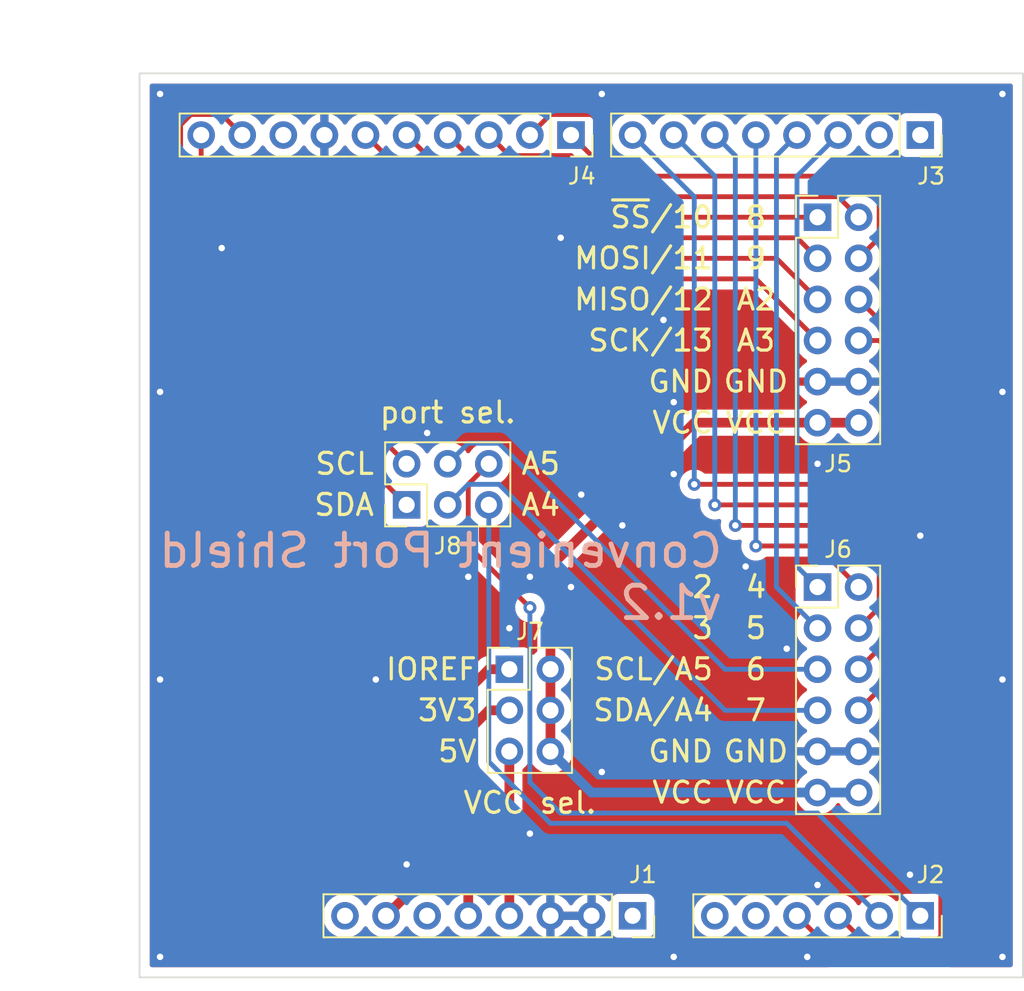
<source format=kicad_pcb>
(kicad_pcb (version 20211014) (generator pcbnew)
  (layers (0 "F.Cu" signal) (31 "B.Cu" signal) (34 "B.Paste" user) (35 "F.Paste" user) (36 "B.SilkS" user "B.Silkscreen") (37 "F.SilkS" user "F.Silkscreen") (38 "B.Mask" user) (39 "F.Mask" user) (44 "Edge.Cuts" user))
  (net 0 "")
  (net 2 "GND")
  (net 3 "/5V")
  (net 4 "/3V3")
  (net 6 "/IOREF")
  (net 10 "/A2")
  (net 11 "/A3")
  (net 12 "/SDA")
  (net 13 "/SCL")
  (net 16 "/D2")
  (net 17 "/D3")
  (net 18 "/D4")
  (net 19 "/D5")
  (net 20 "/D6")
  (net 21 "/D7")
  (net 22 "/D8")
  (net 23 "/D9")
  (net 24 "/~{SS}")
  (net 25 "/MOSI")
  (net 26 "/MISO")
  (net 27 "/SCK")
  (net 29 "/A5")
  (net 30 "/A4")
  (net 31 "/VCC")
  (net 32 "/SDA_port")
  (net 33 "/SCL_port")
  (footprint "Connector_PinHeader_2.54mm:PinHeader_2x03_P2.54mm_Vertical" (layer "F.Cu") (at 158.75 76.2)
    (fp_text reference "J7" (at 1.27 -2.33) (layer "F.SilkS"))
    (fp_text value "VCC_select")
    (fp_line (start 1.27 1.27) (end 1.27 -1.33) (layer "F.SilkS") (width 0.12))
    (fp_line (start 3.87 -1.33) (end 3.87 6.41) (layer "F.SilkS") (width 0.12))
    (fp_line (start 1.27 -1.33) (end 3.87 -1.33) (layer "F.SilkS") (width 0.12))
    (fp_line (start -1.33 1.27) (end -1.33 6.41) (layer "F.SilkS") (width 0.12))
    (fp_line (start -1.33 -1.33) (end 0 -1.33) (layer "F.SilkS") (width 0.12))
    (fp_line (start -1.33 0) (end -1.33 -1.33) (layer "F.SilkS") (width 0.12))
    (fp_line (start -1.33 6.41) (end 3.87 6.41) (layer "F.SilkS") (width 0.12))
    (fp_line (start -1.33 1.27) (end 1.27 1.27) (layer "F.SilkS") (width 0.12))
    (pad "1" thru_hole rect (at 0 0) (size 1.7 1.7) (drill 1) (layers *.Cu *.Mask) (net 6 "/IOREF"))
    (pad "2" thru_hole oval (at 2.54 0) (size 1.7 1.7) (drill 1) (layers *.Cu *.Mask) (net 31 "/VCC"))
    (pad "3" thru_hole oval (at 0 2.54) (size 1.7 1.7) (drill 1) (layers *.Cu *.Mask) (net 4 "/3V3"))
    (pad "4" thru_hole oval (at 2.54 2.54) (size 1.7 1.7) (drill 1) (layers *.Cu *.Mask) (net 31 "/VCC"))
    (pad "5" thru_hole oval (at 0 5.08) (size 1.7 1.7) (drill 1) (layers *.Cu *.Mask) (net 3 "/5V"))
    (pad "6" thru_hole oval (at 2.54 5.08) (size 1.7 1.7) (drill 1) (layers *.Cu *.Mask) (net 31 "/VCC"))
  )
  (footprint "Connector_PinHeader_2.54mm:PinHeader_2x03_P2.54mm_Vertical" (layer "F.Cu") (at 152.4 66.04 90)
    (fp_text reference "J8" (at -2.54 2.54 180) (layer "F.SilkS"))
    (fp_text value "port_select")
    (fp_line (start -1.33 1.27) (end -1.33 6.41) (layer "F.SilkS") (width 0.12))
    (fp_line (start 1.27 -1.33) (end 3.87 -1.33) (layer "F.SilkS") (width 0.12))
    (fp_line (start 3.87 -1.33) (end 3.87 6.41) (layer "F.SilkS") (width 0.12))
    (fp_line (start -1.33 0) (end -1.33 -1.33) (layer "F.SilkS") (width 0.12))
    (fp_line (start 1.27 1.27) (end 1.27 -1.33) (layer "F.SilkS") (width 0.12))
    (fp_line (start -1.33 1.27) (end 1.27 1.27) (layer "F.SilkS") (width 0.12))
    (fp_line (start -1.33 6.41) (end 3.87 6.41) (layer "F.SilkS") (width 0.12))
    (fp_line (start -1.33 -1.33) (end 0 -1.33) (layer "F.SilkS") (width 0.12))
    (pad "1" thru_hole rect (at 0 0 90) (size 1.7 1.7) (drill 1) (layers *.Cu *.Mask) (net 32 "/SDA_port"))
    (pad "2" thru_hole oval (at 2.54 0 90) (size 1.7 1.7) (drill 1) (layers *.Cu *.Mask) (net 33 "/SCL_port"))
    (pad "3" thru_hole oval (at 0 2.54 90) (size 1.7 1.7) (drill 1) (layers *.Cu *.Mask) (net 12 "/SDA"))
    (pad "4" thru_hole oval (at 2.54 2.54 90) (size 1.7 1.7) (drill 1) (layers *.Cu *.Mask) (net 13 "/SCL"))
    (pad "5" thru_hole oval (at 0 5.08 90) (size 1.7 1.7) (drill 1) (layers *.Cu *.Mask) (net 30 "/A4"))
    (pad "6" thru_hole oval (at 2.54 5.08 90) (size 1.7 1.7) (drill 1) (layers *.Cu *.Mask) (net 29 "/A5"))
  )
  (footprint "Connector_PinSocket_2.54mm:PinSocket_1x08_P2.54mm_Vertical" (layer "F.Cu") (at 184.15 43.18 -90)
    (fp_text reference "J3" (at 2.54 -0.665 180) (layer "F.SilkS"))
    (fp_text value "Conn_01x08")
    (fp_line (start -1.33 1.27) (end 1.33 1.27) (layer "F.SilkS") (width 0.12))
    (fp_line (start 1.33 -1.33) (end 1.33 0) (layer "F.SilkS") (width 0.12))
    (fp_line (start 0 -1.33) (end 1.33 -1.33) (layer "F.SilkS") (width 0.12))
    (fp_line (start -1.33 19.11) (end 1.33 19.11) (layer "F.SilkS") (width 0.12))
    (fp_line (start -1.33 1.27) (end -1.33 19.11) (layer "F.SilkS") (width 0.12))
    (fp_line (start 1.33 1.27) (end 1.33 19.11) (layer "F.SilkS") (width 0.12))
    (pad "1" thru_hole rect (at 0 0 270) (size 1.7 1.7) (drill 1) (layers *.Cu *.Mask))
    (pad "2" thru_hole oval (at 0 2.54 270) (size 1.7 1.7) (drill 1) (layers *.Cu *.Mask))
    (pad "3" thru_hole oval (at 0 5.08 270) (size 1.7 1.7) (drill 1) (layers *.Cu *.Mask) (net 16 "/D2"))
    (pad "4" thru_hole oval (at 0 7.62 270) (size 1.7 1.7) (drill 1) (layers *.Cu *.Mask) (net 17 "/D3"))
    (pad "5" thru_hole oval (at 0 10.16 270) (size 1.7 1.7) (drill 1) (layers *.Cu *.Mask) (net 18 "/D4"))
    (pad "6" thru_hole oval (at 0 12.7 270) (size 1.7 1.7) (drill 1) (layers *.Cu *.Mask) (net 19 "/D5"))
    (pad "7" thru_hole oval (at 0 15.24 270) (size 1.7 1.7) (drill 1) (layers *.Cu *.Mask) (net 20 "/D6"))
    (pad "8" thru_hole oval (at 0 17.78 270) (size 1.7 1.7) (drill 1) (layers *.Cu *.Mask) (net 21 "/D7"))
  )
  (footprint "Connector_PinSocket_2.54mm:PinSocket_1x06_P2.54mm_Vertical" (layer "F.Cu") (at 184.15 91.44 -90)
    (fp_text reference "J2" (at -2.54 -0.635 180) (layer "F.SilkS"))
    (fp_text value "Conn_01x06")
    (fp_line (start 0 -1.33) (end 1.33 -1.33) (layer "F.SilkS") (width 0.12))
    (fp_line (start 1.33 -1.33) (end 1.33 0) (layer "F.SilkS") (width 0.12))
    (fp_line (start 1.33 1.27) (end 1.33 14.03) (layer "F.SilkS") (width 0.12))
    (fp_line (start -1.33 1.27) (end -1.33 14.03) (layer "F.SilkS") (width 0.12))
    (fp_line (start -1.33 14.03) (end 1.33 14.03) (layer "F.SilkS") (width 0.12))
    (fp_line (start -1.33 1.27) (end 1.33 1.27) (layer "F.SilkS") (width 0.12))
    (pad "1" thru_hole rect (at 0 0 270) (size 1.7 1.7) (drill 1) (layers *.Cu *.Mask) (net 29 "/A5"))
    (pad "2" thru_hole oval (at 0 2.54 270) (size 1.7 1.7) (drill 1) (layers *.Cu *.Mask) (net 30 "/A4"))
    (pad "3" thru_hole oval (at 0 5.08 270) (size 1.7 1.7) (drill 1) (layers *.Cu *.Mask) (net 11 "/A3"))
    (pad "4" thru_hole oval (at 0 7.62 270) (size 1.7 1.7) (drill 1) (layers *.Cu *.Mask) (net 10 "/A2"))
    (pad "5" thru_hole oval (at 0 10.16 270) (size 1.7 1.7) (drill 1) (layers *.Cu *.Mask))
    (pad "6" thru_hole oval (at 0 12.7 270) (size 1.7 1.7) (drill 1) (layers *.Cu *.Mask))
  )
  (footprint "Connector_PinSocket_2.54mm:PinSocket_1x08_P2.54mm_Vertical" (layer "F.Cu") (at 166.37 91.44 -90)
    (fp_text reference "J1" (at -2.54 -0.635 180) (layer "F.SilkS"))
    (fp_text value "Conn_01x08")
    (fp_line (start -1.33 1.27) (end 1.33 1.27) (layer "F.SilkS") (width 0.12))
    (fp_line (start -1.33 1.27) (end -1.33 19.11) (layer "F.SilkS") (width 0.12))
    (fp_line (start -1.33 19.11) (end 1.33 19.11) (layer "F.SilkS") (width 0.12))
    (fp_line (start 1.33 1.27) (end 1.33 19.11) (layer "F.SilkS") (width 0.12))
    (fp_line (start 1.33 -1.33) (end 1.33 0) (layer "F.SilkS") (width 0.12))
    (fp_line (start 0 -1.33) (end 1.33 -1.33) (layer "F.SilkS") (width 0.12))
    (pad "1" thru_hole rect (at 0 0 270) (size 1.7 1.7) (drill 1) (layers *.Cu *.Mask))
    (pad "2" thru_hole oval (at 0 2.54 270) (size 1.7 1.7) (drill 1) (layers *.Cu *.Mask) (net 2 "GND"))
    (pad "3" thru_hole oval (at 0 5.08 270) (size 1.7 1.7) (drill 1) (layers *.Cu *.Mask) (net 2 "GND"))
    (pad "4" thru_hole oval (at 0 7.62 270) (size 1.7 1.7) (drill 1) (layers *.Cu *.Mask) (net 3 "/5V"))
    (pad "5" thru_hole oval (at 0 10.16 270) (size 1.7 1.7) (drill 1) (layers *.Cu *.Mask) (net 4 "/3V3"))
    (pad "6" thru_hole oval (at 0 12.7 270) (size 1.7 1.7) (drill 1) (layers *.Cu *.Mask))
    (pad "7" thru_hole oval (at 0 15.24 270) (size 1.7 1.7) (drill 1) (layers *.Cu *.Mask) (net 6 "/IOREF"))
    (pad "8" thru_hole oval (at 0 17.78 270) (size 1.7 1.7) (drill 1) (layers *.Cu *.Mask))
  )
  (footprint "Connector_PinSocket_2.54mm:PinSocket_1x10_P2.54mm_Vertical" (layer "F.Cu") (at 162.56 43.18 -90)
    (fp_text reference "J4" (at 2.54 -0.665 180) (layer "F.SilkS"))
    (fp_text value "Conn_01x10")
    (fp_line (start -1.33 24.19) (end 1.33 24.19) (layer "F.SilkS") (width 0.12))
    (fp_line (start 0 -1.33) (end 1.33 -1.33) (layer "F.SilkS") (width 0.12))
    (fp_line (start 1.33 1.27) (end 1.33 24.19) (layer "F.SilkS") (width 0.12))
    (fp_line (start -1.33 1.27) (end -1.33 24.19) (layer "F.SilkS") (width 0.12))
    (fp_line (start 1.33 -1.33) (end 1.33 0) (layer "F.SilkS") (width 0.12))
    (fp_line (start -1.33 1.27) (end 1.33 1.27) (layer "F.SilkS") (width 0.12))
    (pad "1" thru_hole rect (at 0 0 270) (size 1.7 1.7) (drill 1) (layers *.Cu *.Mask) (net 22 "/D8"))
    (pad "2" thru_hole oval (at 0 2.54 270) (size 1.7 1.7) (drill 1) (layers *.Cu *.Mask) (net 23 "/D9"))
    (pad "3" thru_hole oval (at 0 5.08 270) (size 1.7 1.7) (drill 1) (layers *.Cu *.Mask) (net 24 "/~{SS}"))
    (pad "4" thru_hole oval (at 0 7.62 270) (size 1.7 1.7) (drill 1) (layers *.Cu *.Mask) (net 25 "/MOSI"))
    (pad "5" thru_hole oval (at 0 10.16 270) (size 1.7 1.7) (drill 1) (layers *.Cu *.Mask) (net 26 "/MISO"))
    (pad "6" thru_hole oval (at 0 12.7 270) (size 1.7 1.7) (drill 1) (layers *.Cu *.Mask) (net 27 "/SCK"))
    (pad "7" thru_hole oval (at 0 15.24 270) (size 1.7 1.7) (drill 1) (layers *.Cu *.Mask) (net 2 "GND"))
    (pad "8" thru_hole oval (at 0 17.78 270) (size 1.7 1.7) (drill 1) (layers *.Cu *.Mask))
    (pad "9" thru_hole oval (at 0 20.32 270) (size 1.7 1.7) (drill 1) (layers *.Cu *.Mask) (net 32 "/SDA_port"))
    (pad "10" thru_hole oval (at 0 22.86 270) (size 1.7 1.7) (drill 1) (layers *.Cu *.Mask) (net 33 "/SCL_port"))
  )
  (footprint "ModifiedKiCadLibrary:PinHeader_2x06_P2.54mm_Vertical_Top_Bottom" (layer "F.Cu") (at 177.8 71.12)
    (fp_text reference "J6" (at 1.27 -2.33) (layer "F.SilkS"))
    (fp_text value "Conn_02x06_Top_Bottom")
    (fp_line (start 1.27 1.27) (end 1.27 -1.33) (layer "F.SilkS") (width 0.12))
    (fp_line (start -1.33 -1.33) (end 0 -1.33) (layer "F.SilkS") (width 0.12))
    (fp_line (start -1.33 0) (end -1.33 -1.33) (layer "F.SilkS") (width 0.12))
    (fp_line (start -1.33 1.27) (end -1.33 14.03) (layer "F.SilkS") (width 0.12))
    (fp_line (start 3.87 -1.33) (end 3.87 14.03) (layer "F.SilkS") (width 0.12))
    (fp_line (start -1.33 1.27) (end 1.27 1.27) (layer "F.SilkS") (width 0.12))
    (fp_line (start 1.27 -1.33) (end 3.87 -1.33) (layer "F.SilkS") (width 0.12))
    (fp_line (start -1.33 14.03) (end 3.87 14.03) (layer "F.SilkS") (width 0.12))
    (pad "1" thru_hole rect (at 0 0) (size 1.7 1.7) (drill 1) (layers *.Cu *.Mask) (net 16 "/D2"))
    (pad "2" thru_hole oval (at 0 2.54) (size 1.7 1.7) (drill 1) (layers *.Cu *.Mask) (net 17 "/D3"))
    (pad "3" thru_hole oval (at 0 5.08) (size 1.7 1.7) (drill 1) (layers *.Cu *.Mask) (net 13 "/SCL"))
    (pad "4" thru_hole oval (at 0 7.62) (size 1.7 1.7) (drill 1) (layers *.Cu *.Mask) (net 12 "/SDA"))
    (pad "5" thru_hole oval (at 0 10.16) (size 1.7 1.7) (drill 1) (layers *.Cu *.Mask) (net 2 "GND"))
    (pad "6" thru_hole oval (at 0 12.7) (size 1.7 1.7) (drill 1) (layers *.Cu *.Mask) (net 31 "/VCC"))
    (pad "7" thru_hole oval (at 2.54 0) (size 1.7 1.7) (drill 1) (layers *.Cu *.Mask) (net 18 "/D4"))
    (pad "8" thru_hole oval (at 2.54 2.54) (size 1.7 1.7) (drill 1) (layers *.Cu *.Mask) (net 19 "/D5"))
    (pad "9" thru_hole oval (at 2.54 5.08) (size 1.7 1.7) (drill 1) (layers *.Cu *.Mask) (net 20 "/D6"))
    (pad "10" thru_hole oval (at 2.54 7.62) (size 1.7 1.7) (drill 1) (layers *.Cu *.Mask) (net 21 "/D7"))
    (pad "11" thru_hole oval (at 2.54 10.16) (size 1.7 1.7) (drill 1) (layers *.Cu *.Mask) (net 2 "GND"))
    (pad "12" thru_hole oval (at 2.54 12.7) (size 1.7 1.7) (drill 1) (layers *.Cu *.Mask) (net 31 "/VCC"))
  )
  (footprint "ModifiedKiCadLibrary:PinHeader_2x06_P2.54mm_Vertical_Top_Bottom" (layer "F.Cu") (at 177.8 48.26)
    (fp_text reference "J5" (at 1.27 15.24) (layer "F.SilkS"))
    (fp_text value "Conn_02x06_Top_Bottom")
    (fp_line (start -1.33 14.03) (end 3.87 14.03) (layer "F.SilkS") (width 0.12))
    (fp_line (start 1.27 1.27) (end 1.27 -1.33) (layer "F.SilkS") (width 0.12))
    (fp_line (start -1.33 -1.33) (end 0 -1.33) (layer "F.SilkS") (width 0.12))
    (fp_line (start 1.27 -1.33) (end 3.87 -1.33) (layer "F.SilkS") (width 0.12))
    (fp_line (start -1.33 1.27) (end -1.33 14.03) (layer "F.SilkS") (width 0.12))
    (fp_line (start -1.33 1.27) (end 1.27 1.27) (layer "F.SilkS") (width 0.12))
    (fp_line (start -1.33 0) (end -1.33 -1.33) (layer "F.SilkS") (width 0.12))
    (fp_line (start 3.87 -1.33) (end 3.87 14.03) (layer "F.SilkS") (width 0.12))
    (pad "1" thru_hole rect (at 0 0) (size 1.7 1.7) (drill 1) (layers *.Cu *.Mask) (net 24 "/~{SS}"))
    (pad "2" thru_hole oval (at 0 2.54) (size 1.7 1.7) (drill 1) (layers *.Cu *.Mask) (net 25 "/MOSI"))
    (pad "3" thru_hole oval (at 0 5.08) (size 1.7 1.7) (drill 1) (layers *.Cu *.Mask) (net 26 "/MISO"))
    (pad "4" thru_hole oval (at 0 7.62) (size 1.7 1.7) (drill 1) (layers *.Cu *.Mask) (net 27 "/SCK"))
    (pad "5" thru_hole oval (at 0 10.16) (size 1.7 1.7) (drill 1) (layers *.Cu *.Mask) (net 2 "GND"))
    (pad "6" thru_hole oval (at 0 12.7) (size 1.7 1.7) (drill 1) (layers *.Cu *.Mask) (net 31 "/VCC"))
    (pad "7" thru_hole oval (at 2.54 0) (size 1.7 1.7) (drill 1) (layers *.Cu *.Mask) (net 22 "/D8"))
    (pad "8" thru_hole oval (at 2.54 2.54) (size 1.7 1.7) (drill 1) (layers *.Cu *.Mask) (net 23 "/D9"))
    (pad "9" thru_hole oval (at 2.54 5.08) (size 1.7 1.7) (drill 1) (layers *.Cu *.Mask) (net 10 "/A2"))
    (pad "10" thru_hole oval (at 2.54 7.62) (size 1.7 1.7) (drill 1) (layers *.Cu *.Mask) (net 11 "/A3"))
    (pad "11" thru_hole oval (at 2.54 10.16) (size 1.7 1.7) (drill 1) (layers *.Cu *.Mask) (net 2 "GND"))
    (pad "12" thru_hole oval (at 2.54 12.7) (size 1.7 1.7) (drill 1) (layers *.Cu *.Mask) (net 31 "/VCC"))
  )
  (gr_rect (start 135.89 39.37) (end 190.5 95.25) (layer "Edge.Cuts") (width 0.1) (fill none))
  (gr_text "Convenient Port Shield\nv1.2" (at 172.085 70.485) (layer "B.SilkS") (effects (font (size 2 2) (thickness 0.3)) (justify left mirror)))
  (gr_text "4" (at 173.99 71.12) (layer "F.SilkS") (effects (font (size 1.3 1.3) (thickness 0.2))))
  (gr_text "SCL/A5" (at 171.45 76.2) (layer "F.SilkS") (effects (font (size 1.3 1.3) (thickness 0.2)) (justify right)))
  (gr_text "A2" (at 173.99 53.34) (layer "F.SilkS") (effects (font (size 1.3 1.3) (thickness 0.2))))
  (gr_text "3" (at 171.45 73.66) (layer "F.SilkS") (effects (font (size 1.3 1.3) (thickness 0.2)) (justify right)))
  (gr_text "A3" (at 173.99 55.88) (layer "F.SilkS") (effects (font (size 1.3 1.3) (thickness 0.2))))
  (gr_text "VCC sel." (at 160.02 84.455) (layer "F.SilkS") (effects (font (size 1.3 1.3) (thickness 0.2))))
  (gr_text "5" (at 173.99 73.66) (layer "F.SilkS") (effects (font (size 1.3 1.3) (thickness 0.2))))
  (gr_text "MOSI/11" (at 171.45 50.8) (layer "F.SilkS") (effects (font (size 1.3 1.3) (thickness 0.2)) (justify right)))
  (gr_text "GND" (at 171.45 81.28) (layer "F.SilkS") (effects (font (size 1.3 1.3) (thickness 0.2)) (justify right)))
  (gr_text "MISO/12" (at 171.45 53.34) (layer "F.SilkS") (effects (font (size 1.3 1.3) (thickness 0.2)) (justify right)))
  (gr_text "8" (at 173.99 48.26) (layer "F.SilkS") (effects (font (size 1.3 1.3) (thickness 0.2))))
  (gr_text "GND" (at 173.99 58.42) (layer "F.SilkS") (effects (font (size 1.3 1.3) (thickness 0.2))))
  (gr_text "5V" (at 156.845 81.28) (layer "F.SilkS") (effects (font (size 1.3 1.3) (thickness 0.2)) (justify right)))
  (gr_text "~{SS}/10" (at 171.45 48.26) (layer "F.SilkS") (effects (font (size 1.3 1.3) (thickness 0.2)) (justify right)))
  (gr_text "VCC" (at 171.45 83.82) (layer "F.SilkS") (effects (font (size 1.3 1.3) (thickness 0.2)) (justify right)))
  (gr_text "7" (at 173.99 78.74) (layer "F.SilkS") (effects (font (size 1.3 1.3) (thickness 0.2))))
  (gr_text "A5" (at 159.385 63.5) (layer "F.SilkS") (effects (font (size 1.3 1.3) (thickness 0.2)) (justify left)))
  (gr_text "port sel." (at 154.94 60.325) (layer "F.SilkS") (effects (font (size 1.3 1.3) (thickness 0.2))))
  (gr_text "GND" (at 171.45 58.42) (layer "F.SilkS") (effects (font (size 1.3 1.3) (thickness 0.2)) (justify right)))
  (gr_text "IOREF" (at 156.845 76.2) (layer "F.SilkS") (effects (font (size 1.3 1.3) (thickness 0.2)) (justify right)))
  (gr_text "SCL" (at 150.495 63.5) (layer "F.SilkS") (effects (font (size 1.3 1.3) (thickness 0.2)) (justify right)))
  (gr_text "9" (at 173.99 50.8) (layer "F.SilkS") (effects (font (size 1.3 1.3) (thickness 0.2))))
  (gr_text "2" (at 171.45 71.12) (layer "F.SilkS") (effects (font (size 1.3 1.3) (thickness 0.2)) (justify right)))
  (gr_text "VCC" (at 173.99 60.96) (layer "F.SilkS") (effects (font (size 1.3 1.3) (thickness 0.2))))
  (gr_text "GND" (at 173.99 81.28) (layer "F.SilkS") (effects (font (size 1.3 1.3) (thickness 0.2))))
  (gr_text "6" (at 173.99 76.2) (layer "F.SilkS") (effects (font (size 1.3 1.3) (thickness 0.2))))
  (gr_text "SDA" (at 150.495 66.04) (layer "F.SilkS") (effects (font (size 1.3 1.3) (thickness 0.2)) (justify right)))
  (gr_text "A4" (at 159.385 66.04) (layer "F.SilkS") (effects (font (size 1.3 1.3) (thickness 0.2)) (justify left)))
  (gr_text "3V3" (at 156.845 78.74) (layer "F.SilkS") (effects (font (size 1.3 1.3) (thickness 0.2)) (justify right)))
  (gr_text "VCC" (at 173.99 83.82) (layer "F.SilkS") (effects (font (size 1.3 1.3) (thickness 0.2))))
  (gr_text "SDA/A4" (at 171.45 78.74) (layer "F.SilkS") (effects (font (size 1.3 1.3) (thickness 0.2)) (justify right)))
  (gr_text "VCC" (at 171.45 60.96) (layer "F.SilkS") (effects (font (size 1.3 1.3) (thickness 0.2)) (justify right)))
  (gr_text "SCK/13" (at 171.45 55.88) (layer "F.SilkS") (effects (font (size 1.3 1.3) (thickness 0.2)) (justify right)))
  (via (at 153.67 61.595) (size 0.8) (drill 0.4) (layers "F.Cu" "B.Cu") (net 2))
  (via (at 163.195 65.405) (size 0.8) (drill 0.4) (layers "F.Cu" "B.Cu") (net 2))
  (via (at 158.75 73.66) (size 0.8) (drill 0.4) (layers "F.Cu" "B.Cu") (net 2))
  (via (at 189.23 76.835) (size 0.8) (drill 0.4) (layers "F.Cu" "B.Cu") (net 2))
  (via (at 168.91 93.98) (size 0.8) (drill 0.4) (layers "F.Cu" "B.Cu") (net 2))
  (via (at 160.02 70.485) (size 0.8) (drill 0.4) (layers "F.Cu" "B.Cu") (net 2))
  (via (at 173.355 69.85) (size 0.8) (drill 0.4) (layers "F.Cu" "B.Cu") (net 2))
  (via (at 164.465 82.55) (size 0.8) (drill 0.4) (layers "F.Cu" "B.Cu") (net 2))
  (via (at 177.8 63.5) (size 0.8) (drill 0.4) (layers "F.Cu" "B.Cu") (net 2))
  (via (at 140.97 50.165) (size 0.8) (drill 0.4) (layers "F.Cu" "B.Cu") (net 2))
  (via (at 189.23 40.64) (size 0.8) (drill 0.4) (layers "F.Cu" "B.Cu") (net 2))
  (via (at 161.925 49.53) (size 0.8) (drill 0.4) (layers "F.Cu" "B.Cu") (net 2))
  (via (at 137.16 59.055) (size 0.8) (drill 0.4) (layers "F.Cu" "B.Cu") (net 2))
  (via (at 168.275 54.61) (size 0.8) (drill 0.4) (layers "F.Cu" "B.Cu") (net 2))
  (via (at 168.91 59.69) (size 0.8) (drill 0.4) (layers "F.Cu" "B.Cu") (net 2))
  (via (at 165.735 67.31) (size 0.8) (drill 0.4) (layers "F.Cu" "B.Cu") (net 2))
  (via (at 177.8 89.535) (size 0.8) (drill 0.4) (layers "F.Cu" "B.Cu") (net 2))
  (via (at 164.465 40.64) (size 0.8) (drill 0.4) (layers "F.Cu" "B.Cu") (net 2))
  (via (at 152.4 88.265) (size 0.8) (drill 0.4) (layers "F.Cu" "B.Cu") (net 2))
  (via (at 189.23 93.98) (size 0.8) (drill 0.4) (layers "F.Cu" "B.Cu") (net 2))
  (via (at 150.495 76.835) (size 0.8) (drill 0.4) (layers "F.Cu" "B.Cu") (net 2))
  (via (at 160.02 86.36) (size 0.8) (drill 0.4) (layers "F.Cu" "B.Cu") (net 2))
  (via (at 175.895 74.93) (size 0.8) (drill 0.4) (layers "F.Cu" "B.Cu") (net 2))
  (via (at 168.91 64.135) (size 0.8) (drill 0.4) (layers "F.Cu" "B.Cu") (net 2))
  (via (at 137.16 40.64) (size 0.8) (drill 0.4) (layers "F.Cu" "B.Cu") (net 2))
  (via (at 137.16 76.835) (size 0.8) (drill 0.4) (layers "F.Cu" "B.Cu") (net 2))
  (via (at 137.16 93.98) (size 0.8) (drill 0.4) (layers "F.Cu" "B.Cu") (net 2))
  (via (at 177.165 93.98) (size 0.8) (drill 0.4) (layers "F.Cu" "B.Cu") (net 2))
  (via (at 189.23 59.055) (size 0.8) (drill 0.4) (layers "F.Cu" "B.Cu") (net 2))
  (via (at 184.15 67.945) (size 0.8) (drill 0.4) (layers "F.Cu" "B.Cu") (net 2))
  (via (at 183.515 88.9) (size 0.8) (drill 0.4) (layers "F.Cu" "B.Cu") (net 2))
  (via (at 156.21 70.485) (size 0.8) (drill 0.4) (layers "F.Cu" "B.Cu") (net 2))
  (via (at 162.56 71.12) (size 0.8) (drill 0.4) (layers "F.Cu" "B.Cu") (net 2))
  (segment (start 158.75 91.44) (end 158.75 81.28) (width 0.6) (layer "F.Cu") (net 3))
  (segment (start 156.21 91.44) (end 156.21 80.01) (width 0.6) (layer "F.Cu") (net 4))
  (segment (start 156.21 80.01) (end 157.48 78.74) (width 0.6) (layer "F.Cu") (net 4))
  (segment (start 157.48 78.74) (end 158.75 78.74) (width 0.6) (layer "F.Cu") (net 4))
  (segment (start 153.67 88.9) (end 151.13 91.44) (width 0.6) (layer "F.Cu") (net 6))
  (segment (start 153.67 80.01) (end 157.48 76.2) (width 0.6) (layer "F.Cu") (net 6))
  (segment (start 157.48 76.2) (end 158.75 76.2) (width 0.6) (layer "F.Cu") (net 6))
  (segment (start 153.67 80.01) (end 153.67 88.9) (width 0.6) (layer "F.Cu") (net 6))
  (segment (start 179.07 93.98) (end 176.53 91.44) (width 0.3) (layer "F.Cu") (net 10))
  (segment (start 186.69 59.69) (end 186.69 92.71) (width 0.3) (layer "F.Cu") (net 10))
  (segment (start 185.42 93.98) (end 179.07 93.98) (width 0.3) (layer "F.Cu") (net 10))
  (segment (start 186.69 92.71) (end 185.42 93.98) (width 0.3) (layer "F.Cu") (net 10))
  (segment (start 180.34 53.34) (end 186.69 59.69) (width 0.3) (layer "F.Cu") (net 10))
  (segment (start 185.42 92.71) (end 184.785 93.345) (width 0.3) (layer "F.Cu") (net 11))
  (segment (start 181.61 55.88) (end 185.42 59.69) (width 0.3) (layer "F.Cu") (net 11))
  (segment (start 184.785 93.345) (end 180.975 93.345) (width 0.3) (layer "F.Cu") (net 11))
  (segment (start 180.975 93.345) (end 179.07 91.44) (width 0.3) (layer "F.Cu") (net 11))
  (segment (start 185.42 59.69) (end 185.42 92.71) (width 0.3) (layer "F.Cu") (net 11))
  (segment (start 180.34 55.88) (end 181.61 55.88) (width 0.3) (layer "F.Cu") (net 11))
  (segment (start 172.085 78.74) (end 177.8 78.74) (width 0.3) (layer "B.Cu") (net 12))
  (segment (start 158.115 64.77) (end 172.085 78.74) (width 0.3) (layer "B.Cu") (net 12))
  (segment (start 156.21 64.77) (end 158.115 64.77) (width 0.3) (layer "B.Cu") (net 12))
  (segment (start 154.94 66.04) (end 156.21 64.77) (width 0.3) (layer "B.Cu") (net 12))
  (segment (start 154.94 63.5) (end 156.21 62.23) (width 0.3) (layer "B.Cu") (net 13))
  (segment (start 156.21 62.23) (end 158.115 62.23) (width 0.3) (layer "B.Cu") (net 13))
  (segment (start 172.085 76.2) (end 177.8 76.2) (width 0.3) (layer "B.Cu") (net 13))
  (segment (start 158.115 62.23) (end 172.085 76.2) (width 0.3) (layer "B.Cu") (net 13))
  (segment (start 176.53 45.72) (end 176.53 69.85) (width 0.3) (layer "B.Cu") (net 16))
  (segment (start 179.07 43.18) (end 176.53 45.72) (width 0.3) (layer "B.Cu") (net 16))
  (segment (start 176.53 69.85) (end 177.8 71.12) (width 0.3) (layer "B.Cu") (net 16))
  (segment (start 175.26 71.12) (end 177.8 73.66) (width 0.3) (layer "B.Cu") (net 17))
  (segment (start 176.53 43.18) (end 175.26 44.45) (width 0.3) (layer "B.Cu") (net 17))
  (segment (start 175.26 44.45) (end 175.26 71.12) (width 0.3) (layer "B.Cu") (net 17))
  (segment (start 177.8 68.58) (end 180.34 71.12) (width 0.3) (layer "F.Cu") (net 18))
  (segment (start 173.99 68.58) (end 177.8 68.58) (width 0.3) (layer "F.Cu") (net 18))
  (via (at 173.99 68.58) (size 0.8) (drill 0.4) (layers "F.Cu" "B.Cu") (net 18))
  (segment (start 173.99 43.18) (end 173.99 68.58) (width 0.3) (layer "B.Cu") (net 18))
  (segment (start 179.07 67.31) (end 181.61 69.85) (width 0.3) (layer "F.Cu") (net 19))
  (segment (start 181.61 72.39) (end 180.34 73.66) (width 0.3) (layer "F.Cu") (net 19))
  (segment (start 181.61 69.85) (end 181.61 72.39) (width 0.3) (layer "F.Cu") (net 19))
  (segment (start 172.72 67.31) (end 179.07 67.31) (width 0.3) (layer "F.Cu") (net 19))
  (via (at 172.72 67.31) (size 0.8) (drill 0.4) (layers "F.Cu" "B.Cu") (net 19))
  (segment (start 171.45 43.18) (end 172.72 44.45) (width 0.3) (layer "B.Cu") (net 19))
  (segment (start 172.72 44.45) (end 172.72 67.31) (width 0.3) (layer "B.Cu") (net 19))
  (segment (start 179.07 66.04) (end 182.88 69.85) (width 0.3) (layer "F.Cu") (net 20))
  (segment (start 182.88 69.85) (end 182.88 73.66) (width 0.3) (layer "F.Cu") (net 20))
  (segment (start 171.45 66.04) (end 179.07 66.04) (width 0.3) (layer "F.Cu") (net 20))
  (segment (start 182.88 73.66) (end 180.34 76.2) (width 0.3) (layer "F.Cu") (net 20))
  (via (at 171.45 66.04) (size 0.8) (drill 0.4) (layers "F.Cu" "B.Cu") (net 20))
  (segment (start 168.91 43.18) (end 171.45 45.72) (width 0.3) (layer "B.Cu") (net 20))
  (segment (start 171.45 45.72) (end 171.45 66.04) (width 0.3) (layer "B.Cu") (net 20))
  (segment (start 183.515 69.215) (end 183.515 75.565) (width 0.3) (layer "F.Cu") (net 21))
  (segment (start 170.18 64.77) (end 179.07 64.77) (width 0.3) (layer "F.Cu") (net 21))
  (segment (start 183.515 75.565) (end 180.34 78.74) (width 0.3) (layer "F.Cu") (net 21))
  (segment (start 179.07 64.77) (end 183.515 69.215) (width 0.3) (layer "F.Cu") (net 21))
  (via (at 170.18 64.77) (size 0.8) (drill 0.4) (layers "F.Cu" "B.Cu") (net 21))
  (segment (start 166.37 43.18) (end 170.18 46.99) (width 0.3) (layer "B.Cu") (net 21))
  (segment (start 170.18 46.99) (end 170.18 64.77) (width 0.3) (layer "B.Cu") (net 21))
  (segment (start 166.37 46.99) (end 162.56 43.18) (width 0.3) (layer "F.Cu") (net 22))
  (segment (start 179.07 46.99) (end 166.37 46.99) (width 0.3) (layer "F.Cu") (net 22))
  (segment (start 180.34 48.26) (end 179.07 46.99) (width 0.3) (layer "F.Cu") (net 22))
  (segment (start 181.61 49.53) (end 180.34 50.8) (width 0.3) (layer "F.Cu") (net 23))
  (segment (start 164.465 42.545) (end 164.465 43.815) (width 0.3) (layer "F.Cu") (net 23))
  (segment (start 180.34 45.72) (end 181.61 46.99) (width 0.3) (layer "F.Cu") (net 23))
  (segment (start 161.29 41.91) (end 163.83 41.91) (width 0.3) (layer "F.Cu") (net 23))
  (segment (start 181.61 46.99) (end 181.61 49.53) (width 0.3) (layer "F.Cu") (net 23))
  (segment (start 163.83 41.91) (end 164.465 42.545) (width 0.3) (layer "F.Cu") (net 23))
  (segment (start 160.02 43.18) (end 161.29 41.91) (width 0.3) (layer "F.Cu") (net 23))
  (segment (start 166.37 45.72) (end 180.34 45.72) (width 0.3) (layer "F.Cu") (net 23))
  (segment (start 164.465 43.815) (end 166.37 45.72) (width 0.3) (layer "F.Cu") (net 23))
  (segment (start 162.56 44.45) (end 158.75 44.45) (width 0.3) (layer "F.Cu") (net 24))
  (segment (start 166.37 48.26) (end 162.56 44.45) (width 0.3) (layer "F.Cu") (net 24))
  (segment (start 158.75 44.45) (end 157.48 43.18) (width 0.3) (layer "F.Cu") (net 24))
  (segment (start 177.8 48.26) (end 166.37 48.26) (width 0.3) (layer "F.Cu") (net 24))
  (segment (start 162.56 45.72) (end 157.48 45.72) (width 0.3) (layer "F.Cu") (net 25))
  (segment (start 177.8 50.8) (end 176.53 49.53) (width 0.3) (layer "F.Cu") (net 25))
  (segment (start 157.48 45.72) (end 154.94 43.18) (width 0.3) (layer "F.Cu") (net 25))
  (segment (start 176.53 49.53) (end 166.37 49.53) (width 0.3) (layer "F.Cu") (net 25))
  (segment (start 166.37 49.53) (end 162.56 45.72) (width 0.3) (layer "F.Cu") (net 25))
  (segment (start 166.37 50.8) (end 162.56 46.99) (width 0.3) (layer "F.Cu") (net 26))
  (segment (start 156.21 46.99) (end 152.4 43.18) (width 0.3) (layer "F.Cu") (net 26))
  (segment (start 175.26 50.8) (end 166.37 50.8) (width 0.3) (layer "F.Cu") (net 26))
  (segment (start 162.56 46.99) (end 156.21 46.99) (width 0.3) (layer "F.Cu") (net 26))
  (segment (start 177.8 53.34) (end 175.26 50.8) (width 0.3) (layer "F.Cu") (net 26))
  (segment (start 177.8 55.88) (end 173.99 52.07) (width 0.3) (layer "F.Cu") (net 27))
  (segment (start 162.56 48.26) (end 154.94 48.26) (width 0.3) (layer "F.Cu") (net 27))
  (segment (start 166.37 52.07) (end 162.56 48.26) (width 0.3) (layer "F.Cu") (net 27))
  (segment (start 173.99 52.07) (end 166.37 52.07) (width 0.3) (layer "F.Cu") (net 27))
  (segment (start 154.94 48.26) (end 149.86 43.18) (width 0.3) (layer "F.Cu") (net 27))
  (segment (start 156.21 64.77) (end 157.48 63.5) (width 0.3) (layer "F.Cu") (net 29))
  (segment (start 156.21 68.58) (end 156.21 64.77) (width 0.3) (layer "F.Cu") (net 29))
  (segment (start 160.02 72.39) (end 156.21 68.58) (width 0.3) (layer "F.Cu") (net 29))
  (via (at 160.02 72.39) (size 0.8) (drill 0.4) (layers "F.Cu" "B.Cu") (net 29))
  (segment (start 184.15 91.44) (end 177.8 85.09) (width 0.3) (layer "B.Cu") (net 29))
  (segment (start 177.8 85.09) (end 161.925 85.09) (width 0.3) (layer "B.Cu") (net 29))
  (segment (start 160.02 83.185) (end 160.02 72.39) (width 0.3) (layer "B.Cu") (net 29))
  (segment (start 161.925 85.09) (end 160.02 83.185) (width 0.3) (layer "B.Cu") (net 29))
  (segment (start 157.48 66.04) (end 157.48 81.915) (width 0.3) (layer "B.Cu") (net 30))
  (segment (start 157.48 81.915) (end 161.29 85.725) (width 0.3) (layer "B.Cu") (net 30))
  (segment (start 175.895 85.725) (end 181.61 91.44) (width 0.3) (layer "B.Cu") (net 30))
  (segment (start 161.29 85.725) (end 175.895 85.725) (width 0.3) (layer "B.Cu") (net 30))
  (segment (start 177.8 60.96) (end 170.18 60.96) (width 0.6) (layer "F.Cu") (net 31))
  (segment (start 161.29 78.74) (end 161.29 81.28) (width 0.6) (layer "F.Cu") (net 31))
  (segment (start 177.8 60.96) (end 180.34 60.96) (width 0.6) (layer "F.Cu") (net 31))
  (segment (start 161.29 76.2) (end 161.29 78.74) (width 0.6) (layer "F.Cu") (net 31))
  (segment (start 170.18 60.96) (end 161.29 69.85) (width 0.6) (layer "F.Cu") (net 31))
  (segment (start 161.29 69.85) (end 161.29 76.2) (width 0.6) (layer "F.Cu") (net 31))
  (segment (start 163.83 83.82) (end 161.29 81.28) (width 0.6) (layer "B.Cu") (net 31))
  (segment (start 177.8 83.82) (end 180.34 83.82) (width 0.6) (layer "B.Cu") (net 31))
  (segment (start 177.8 83.82) (end 163.83 83.82) (width 0.6) (layer "B.Cu") (net 31))
  (segment (start 139.065 41.91) (end 138.43 42.545) (width 0.3) (layer "F.Cu") (net 32))
  (segment (start 140.97 41.91) (end 139.065 41.91) (width 0.3) (layer "F.Cu") (net 32))
  (segment (start 138.43 52.07) (end 152.4 66.04) (width 0.3) (layer "F.Cu") (net 32))
  (segment (start 142.24 43.18) (end 140.97 41.91) (width 0.3) (layer "F.Cu") (net 32))
  (segment (start 138.43 42.545) (end 138.43 52.07) (width 0.3) (layer "F.Cu") (net 32))
  (segment (start 139.7 43.18) (end 139.7 50.8) (width 0.3) (layer "F.Cu") (net 33))
  (segment (start 139.7 50.8) (end 152.4 63.5) (width 0.3) (layer "F.Cu") (net 33))
  (zone (net 0) (net_name "") (layer "F.Cu") (connect_pads (clearance 0)) (min_thickness 0.254)
    (keepout (tracks allowed) (vias allowed) (pads allowed) (copperpour not_allowed) (footprints allowed))
    (fill (thermal_gap 0.508) (thermal_bridge_width 0.508))
    (polygon (pts (xy 180.34 45.085) (xy 179.705 44.45) (xy 180.34 43.815)))
  )
  (zone (net 2) (net_name "GND") (layers F&B.Cu) (connect_pads (clearance 0.508)) (min_thickness 0.254) (fill yes (thermal_gap 0.508) (thermal_bridge_width 0.508))
    (polygon (pts (xy 189.865 94.615) (xy 136.525 94.615) (xy 136.525 40.005) (xy 189.865 40.005)))
  )
)
</source>
